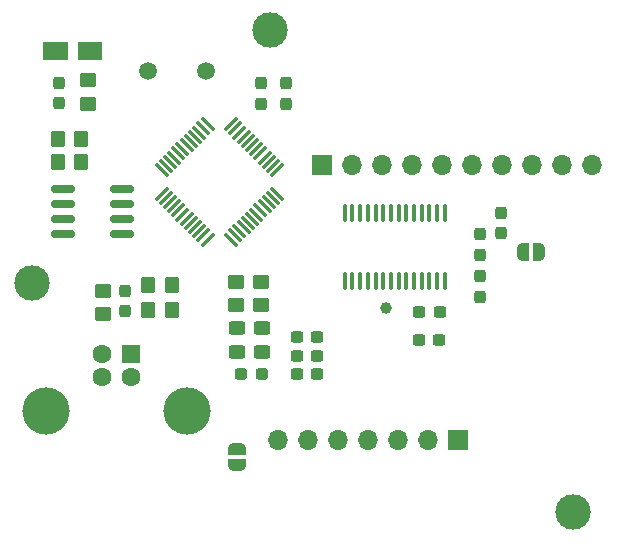
<source format=gbr>
%TF.GenerationSoftware,KiCad,Pcbnew,8.0.2*%
%TF.CreationDate,2025-05-16T12:47:09+07:00*%
%TF.ProjectId,hokushime-db9-to-rs232,686f6b75-7368-4696-9d65-2d6462392d74,rev?*%
%TF.SameCoordinates,Original*%
%TF.FileFunction,Soldermask,Top*%
%TF.FilePolarity,Negative*%
%FSLAX46Y46*%
G04 Gerber Fmt 4.6, Leading zero omitted, Abs format (unit mm)*
G04 Created by KiCad (PCBNEW 8.0.2) date 2025-05-16 12:47:09*
%MOMM*%
%LPD*%
G01*
G04 APERTURE LIST*
G04 Aperture macros list*
%AMRoundRect*
0 Rectangle with rounded corners*
0 $1 Rounding radius*
0 $2 $3 $4 $5 $6 $7 $8 $9 X,Y pos of 4 corners*
0 Add a 4 corners polygon primitive as box body*
4,1,4,$2,$3,$4,$5,$6,$7,$8,$9,$2,$3,0*
0 Add four circle primitives for the rounded corners*
1,1,$1+$1,$2,$3*
1,1,$1+$1,$4,$5*
1,1,$1+$1,$6,$7*
1,1,$1+$1,$8,$9*
0 Add four rect primitives between the rounded corners*
20,1,$1+$1,$2,$3,$4,$5,0*
20,1,$1+$1,$4,$5,$6,$7,0*
20,1,$1+$1,$6,$7,$8,$9,0*
20,1,$1+$1,$8,$9,$2,$3,0*%
%AMFreePoly0*
4,1,19,0.500000,-0.750000,0.000000,-0.750000,0.000000,-0.744911,-0.071157,-0.744911,-0.207708,-0.704816,-0.327430,-0.627875,-0.420627,-0.520320,-0.479746,-0.390866,-0.500000,-0.250000,-0.500000,0.250000,-0.479746,0.390866,-0.420627,0.520320,-0.327430,0.627875,-0.207708,0.704816,-0.071157,0.744911,0.000000,0.744911,0.000000,0.750000,0.500000,0.750000,0.500000,-0.750000,0.500000,-0.750000,
$1*%
%AMFreePoly1*
4,1,19,0.000000,0.744911,0.071157,0.744911,0.207708,0.704816,0.327430,0.627875,0.420627,0.520320,0.479746,0.390866,0.500000,0.250000,0.500000,-0.250000,0.479746,-0.390866,0.420627,-0.520320,0.327430,-0.627875,0.207708,-0.704816,0.071157,-0.744911,0.000000,-0.744911,0.000000,-0.750000,-0.500000,-0.750000,-0.500000,0.750000,0.000000,0.750000,0.000000,0.744911,0.000000,0.744911,
$1*%
%AMFreePoly2*
4,1,6,1.000000,0.000000,0.500000,-0.750000,-0.500000,-0.750000,-0.500000,0.750000,0.500000,0.750000,1.000000,0.000000,1.000000,0.000000,$1*%
G04 Aperture macros list end*
%ADD10RoundRect,0.250000X-0.450000X0.325000X-0.450000X-0.325000X0.450000X-0.325000X0.450000X0.325000X0*%
%ADD11R,1.600000X1.600000*%
%ADD12C,1.600000*%
%ADD13C,4.000000*%
%ADD14RoundRect,0.237500X0.237500X-0.300000X0.237500X0.300000X-0.237500X0.300000X-0.237500X-0.300000X0*%
%ADD15RoundRect,0.250000X-0.350000X-0.450000X0.350000X-0.450000X0.350000X0.450000X-0.350000X0.450000X0*%
%ADD16RoundRect,0.250000X-0.450000X0.350000X-0.450000X-0.350000X0.450000X-0.350000X0.450000X0.350000X0*%
%ADD17C,1.500000*%
%ADD18C,3.000000*%
%ADD19R,1.700000X1.700000*%
%ADD20O,1.700000X1.700000*%
%ADD21RoundRect,0.237500X0.300000X0.237500X-0.300000X0.237500X-0.300000X-0.237500X0.300000X-0.237500X0*%
%ADD22RoundRect,0.100000X-0.100000X0.637500X-0.100000X-0.637500X0.100000X-0.637500X0.100000X0.637500X0*%
%ADD23RoundRect,0.250000X0.450000X-0.350000X0.450000X0.350000X-0.450000X0.350000X-0.450000X-0.350000X0*%
%ADD24RoundRect,0.237500X-0.300000X-0.237500X0.300000X-0.237500X0.300000X0.237500X-0.300000X0.237500X0*%
%ADD25RoundRect,0.150000X0.825000X0.150000X-0.825000X0.150000X-0.825000X-0.150000X0.825000X-0.150000X0*%
%ADD26RoundRect,0.237500X-0.287500X-0.237500X0.287500X-0.237500X0.287500X0.237500X-0.287500X0.237500X0*%
%ADD27RoundRect,0.237500X-0.237500X0.300000X-0.237500X-0.300000X0.237500X-0.300000X0.237500X0.300000X0*%
%ADD28FreePoly0,180.000000*%
%ADD29FreePoly1,180.000000*%
%ADD30R,1.500000X1.500000*%
%ADD31FreePoly2,180.000000*%
%ADD32FreePoly2,0.000000*%
%ADD33RoundRect,0.075000X-0.415425X-0.521491X0.521491X0.415425X0.415425X0.521491X-0.521491X-0.415425X0*%
%ADD34RoundRect,0.075000X0.415425X-0.521491X0.521491X-0.415425X-0.415425X0.521491X-0.521491X0.415425X0*%
%ADD35FreePoly0,90.000000*%
%ADD36FreePoly1,90.000000*%
%ADD37C,1.000000*%
G04 APERTURE END LIST*
D10*
%TO.C,D2*%
X147475001Y-101350002D03*
X147474999Y-103399998D03*
%TD*%
D11*
%TO.C,J2*%
X138525000Y-103525000D03*
D12*
X136025000Y-103525001D03*
X136025001Y-105525000D03*
X138525000Y-105525000D03*
D13*
X143274999Y-108384998D03*
X131275000Y-108385001D03*
%TD*%
D14*
%TO.C,C9*%
X168025000Y-95137500D03*
X168025000Y-93412500D03*
%TD*%
%TO.C,C6*%
X168025000Y-98687500D03*
X168025000Y-96962500D03*
%TD*%
D15*
%TO.C,R1*%
X132275000Y-85325000D03*
X134275000Y-85325000D03*
%TD*%
D16*
%TO.C,R5*%
X134875000Y-80375000D03*
X134875000Y-82375000D03*
%TD*%
D17*
%TO.C,Y1*%
X139975000Y-79625001D03*
X144855000Y-79625001D03*
%TD*%
D18*
%TO.C,H1*%
X150300000Y-76150000D03*
%TD*%
D19*
%TO.C,J3*%
X154700000Y-87500000D03*
D20*
X157240001Y-87500001D03*
X159780000Y-87500000D03*
X162320000Y-87500000D03*
X164859999Y-87500001D03*
X167399999Y-87500000D03*
X169940000Y-87500000D03*
X172480000Y-87500000D03*
X175020000Y-87500000D03*
X177559999Y-87500000D03*
%TD*%
D21*
%TO.C,C10*%
X154237502Y-102124998D03*
X152512502Y-102124998D03*
%TD*%
D22*
%TO.C,IC1*%
X165049998Y-91612499D03*
X164400000Y-91612500D03*
X163750000Y-91612501D03*
X163100000Y-91612500D03*
X162450000Y-91612500D03*
X161799998Y-91612504D03*
X161149999Y-91612501D03*
X160500001Y-91612501D03*
X159850000Y-91612500D03*
X159200001Y-91612500D03*
X158549999Y-91612501D03*
X157900001Y-91612496D03*
X157250000Y-91612500D03*
X156600000Y-91612500D03*
X156600002Y-97337501D03*
X157250000Y-97337500D03*
X157900000Y-97337499D03*
X158550000Y-97337500D03*
X159200000Y-97337500D03*
X159850002Y-97337496D03*
X160500001Y-97337499D03*
X161149999Y-97337499D03*
X161800000Y-97337500D03*
X162449999Y-97337500D03*
X163100001Y-97337499D03*
X163749999Y-97337504D03*
X164400000Y-97337500D03*
X165050000Y-97337500D03*
%TD*%
D23*
%TO.C,R8*%
X147425000Y-99425000D03*
X147425000Y-97425000D03*
%TD*%
D24*
%TO.C,C11*%
X152512498Y-103675001D03*
X154237498Y-103675001D03*
%TD*%
D15*
%TO.C,R3*%
X139975000Y-97725000D03*
X141975000Y-97725000D03*
%TD*%
%TO.C,R2*%
X132275000Y-87325000D03*
X134275000Y-87325000D03*
%TD*%
D14*
%TO.C,C4*%
X132425000Y-82287500D03*
X132425000Y-80562500D03*
%TD*%
D25*
%TO.C,U3*%
X137699998Y-93380002D03*
X137700000Y-92110000D03*
X137700000Y-90840000D03*
X137700000Y-89569999D03*
X132750002Y-89569998D03*
X132750000Y-90840000D03*
X132750000Y-92110000D03*
X132750000Y-93380001D03*
%TD*%
D14*
%TO.C,C5*%
X138025000Y-99937500D03*
X138025000Y-98212500D03*
%TD*%
D26*
%TO.C,FB1*%
X147800000Y-105275000D03*
X149550000Y-105275000D03*
%TD*%
D16*
%TO.C,R6*%
X136125000Y-98175000D03*
X136125000Y-100175000D03*
%TD*%
D15*
%TO.C,R4*%
X139975000Y-99825000D03*
X141975000Y-99825000D03*
%TD*%
D21*
%TO.C,C12*%
X154237500Y-105225003D03*
X152512500Y-105225003D03*
%TD*%
D27*
%TO.C,C8*%
X169825000Y-91612500D03*
X169825000Y-93337500D03*
%TD*%
D14*
%TO.C,C1*%
X151625000Y-82337500D03*
X151625000Y-80612500D03*
%TD*%
D21*
%TO.C,C7*%
X164637500Y-100025000D03*
X162912500Y-100025000D03*
%TD*%
D18*
%TO.C,H4*%
X175900000Y-116950000D03*
%TD*%
D28*
%TO.C,JP2*%
X173025000Y-94925000D03*
D29*
X171725000Y-94925000D03*
%TD*%
D30*
%TO.C,JP1*%
X134775000Y-77875000D03*
X132375000Y-77875000D03*
D31*
X135575000Y-77875000D03*
D32*
X131575000Y-77875000D03*
%TD*%
D10*
%TO.C,D1*%
X149625001Y-101350002D03*
X149624999Y-103399998D03*
%TD*%
D33*
%TO.C,U1*%
X141087124Y-89973789D03*
X141440679Y-90327343D03*
X141794232Y-90680899D03*
X142147785Y-91034446D03*
X142501338Y-91388002D03*
X142854894Y-91741558D03*
X143208443Y-92095108D03*
X143561998Y-92448662D03*
X143915553Y-92802214D03*
X144269106Y-93155768D03*
X144622660Y-93509321D03*
X144976211Y-93862876D03*
D34*
X146973789Y-93862876D03*
X147327343Y-93509321D03*
X147680899Y-93155768D03*
X148034446Y-92802215D03*
X148388002Y-92448662D03*
X148741558Y-92095106D03*
X149095108Y-91741557D03*
X149448662Y-91388002D03*
X149802214Y-91034447D03*
X150155768Y-90680894D03*
X150509321Y-90327340D03*
X150862876Y-89973789D03*
D33*
X150862876Y-87976211D03*
X150509321Y-87622657D03*
X150155768Y-87269101D03*
X149802215Y-86915554D03*
X149448662Y-86561998D03*
X149095106Y-86208442D03*
X148741557Y-85854892D03*
X148388002Y-85501338D03*
X148034447Y-85147786D03*
X147680894Y-84794232D03*
X147327340Y-84440679D03*
X146973789Y-84087124D03*
D34*
X144976211Y-84087124D03*
X144622657Y-84440679D03*
X144269101Y-84794232D03*
X143915554Y-85147785D03*
X143561998Y-85501338D03*
X143208442Y-85854894D03*
X142854892Y-86208443D03*
X142501338Y-86561998D03*
X142147786Y-86915553D03*
X141794232Y-87269106D03*
X141440679Y-87622660D03*
X141087124Y-87976211D03*
%TD*%
D35*
%TO.C,JP3*%
X147475000Y-112925000D03*
D36*
X147475000Y-111625000D03*
%TD*%
D37*
%TO.C,TP1*%
X160125000Y-99675000D03*
%TD*%
D23*
%TO.C,R7*%
X149475000Y-99425000D03*
X149475000Y-97425000D03*
%TD*%
D21*
%TO.C,C2*%
X164587500Y-102375000D03*
X162862500Y-102375000D03*
%TD*%
D14*
%TO.C,C3*%
X149525000Y-82337500D03*
X149525000Y-80612500D03*
%TD*%
D18*
%TO.C,H2*%
X130150000Y-97500000D03*
%TD*%
D19*
%TO.C,J1*%
X166150001Y-110850001D03*
D20*
X163609997Y-110850000D03*
X161070001Y-110850001D03*
X158530001Y-110850001D03*
X155990002Y-110849998D03*
X153450002Y-110850001D03*
X150910001Y-110850001D03*
%TD*%
M02*

</source>
